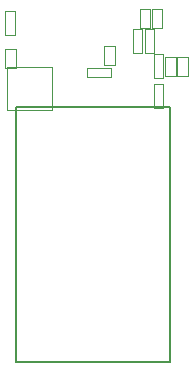
<source format=gbr>
G04 #@! TF.GenerationSoftware,KiCad,Pcbnew,(5.1.9-0-10_14)*
G04 #@! TF.CreationDate,2021-02-12T10:42:39+01:00*
G04 #@! TF.ProjectId,l0_USBA,6c305f55-5342-4412-9e6b-696361645f70,rev?*
G04 #@! TF.SameCoordinates,Original*
G04 #@! TF.FileFunction,Other,User*
%FSLAX46Y46*%
G04 Gerber Fmt 4.6, Leading zero omitted, Abs format (unit mm)*
G04 Created by KiCad (PCBNEW (5.1.9-0-10_14)) date 2021-02-12 10:42:39*
%MOMM*%
%LPD*%
G01*
G04 APERTURE LIST*
%ADD10C,0.150000*%
%ADD11C,0.050000*%
G04 APERTURE END LIST*
D10*
X99325000Y-115125000D02*
X99325000Y-115125000D01*
X99325000Y-115125000D02*
X86275000Y-115125000D01*
X86275000Y-115125000D02*
X86275000Y-136700000D01*
X86275000Y-136700000D02*
X99325000Y-136700000D01*
X99325000Y-136700000D02*
X99325000Y-115125000D01*
D11*
X98744000Y-110638000D02*
X98744000Y-112638000D01*
X98744000Y-110638000D02*
X97944000Y-110638000D01*
X97944000Y-112638000D02*
X98744000Y-112638000D01*
X97944000Y-112638000D02*
X97944000Y-110638000D01*
X97174500Y-110484000D02*
X97174500Y-108484000D01*
X97174500Y-110484000D02*
X97974500Y-110484000D01*
X97974500Y-108484000D02*
X97174500Y-108484000D01*
X97974500Y-108484000D02*
X97974500Y-110484000D01*
X96158500Y-110484000D02*
X96158500Y-108484000D01*
X96158500Y-110484000D02*
X96958500Y-110484000D01*
X96958500Y-108484000D02*
X96158500Y-108484000D01*
X96958500Y-108484000D02*
X96958500Y-110484000D01*
X86171000Y-106955000D02*
X86171000Y-108955000D01*
X86171000Y-106955000D02*
X85371000Y-106955000D01*
X85371000Y-108955000D02*
X86171000Y-108955000D01*
X85371000Y-108955000D02*
X85371000Y-106955000D01*
X98744000Y-113178000D02*
X98744000Y-115178000D01*
X98744000Y-113178000D02*
X97944000Y-113178000D01*
X97944000Y-115178000D02*
X98744000Y-115178000D01*
X97944000Y-115178000D02*
X97944000Y-113178000D01*
X94264000Y-112546000D02*
X92264000Y-112546000D01*
X94264000Y-112546000D02*
X94264000Y-111746000D01*
X92264000Y-111746000D02*
X92264000Y-112546000D01*
X92264000Y-111746000D02*
X94264000Y-111746000D01*
X99918500Y-112443000D02*
X99918500Y-110843000D01*
X99918500Y-112443000D02*
X100818500Y-112443000D01*
X100818500Y-110843000D02*
X99918500Y-110843000D01*
X100818500Y-110843000D02*
X100818500Y-112443000D01*
X98902500Y-112443000D02*
X98902500Y-110843000D01*
X98902500Y-112443000D02*
X99802500Y-112443000D01*
X99802500Y-110843000D02*
X98902500Y-110843000D01*
X99802500Y-110843000D02*
X99802500Y-112443000D01*
X97643500Y-106779000D02*
X97643500Y-108379000D01*
X97643500Y-106779000D02*
X96743500Y-106779000D01*
X96743500Y-108379000D02*
X97643500Y-108379000D01*
X96743500Y-108379000D02*
X96743500Y-106779000D01*
X97759500Y-108379000D02*
X97759500Y-106779000D01*
X97759500Y-108379000D02*
X98659500Y-108379000D01*
X98659500Y-106779000D02*
X97759500Y-106779000D01*
X98659500Y-106779000D02*
X98659500Y-108379000D01*
X94603000Y-109949000D02*
X94603000Y-111549000D01*
X94603000Y-109949000D02*
X93703000Y-109949000D01*
X93703000Y-111549000D02*
X94603000Y-111549000D01*
X93703000Y-111549000D02*
X93703000Y-109949000D01*
X85321000Y-111803000D02*
X85321000Y-110203000D01*
X85321000Y-111803000D02*
X86221000Y-111803000D01*
X86221000Y-110203000D02*
X85321000Y-110203000D01*
X86221000Y-110203000D02*
X86221000Y-111803000D01*
X85514500Y-111743000D02*
X89314500Y-111743000D01*
X89314500Y-111743000D02*
X89314500Y-115343000D01*
X89314500Y-115343000D02*
X85514500Y-115343000D01*
X85514500Y-115343000D02*
X85514500Y-111743000D01*
M02*

</source>
